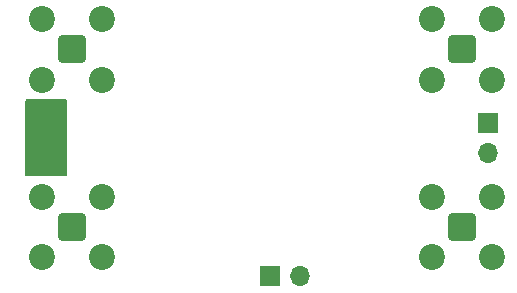
<source format=gbr>
%TF.GenerationSoftware,KiCad,Pcbnew,9.0.0*%
%TF.CreationDate,2026-01-11T13:31:27+01:00*%
%TF.ProjectId,ldc_tdc_driver,6c64635f-7464-4635-9f64-72697665722e,rev?*%
%TF.SameCoordinates,Original*%
%TF.FileFunction,Soldermask,Bot*%
%TF.FilePolarity,Negative*%
%FSLAX46Y46*%
G04 Gerber Fmt 4.6, Leading zero omitted, Abs format (unit mm)*
G04 Created by KiCad (PCBNEW 9.0.0) date 2026-01-11 13:31:27*
%MOMM*%
%LPD*%
G01*
G04 APERTURE LIST*
G04 Aperture macros list*
%AMRoundRect*
0 Rectangle with rounded corners*
0 $1 Rounding radius*
0 $2 $3 $4 $5 $6 $7 $8 $9 X,Y pos of 4 corners*
0 Add a 4 corners polygon primitive as box body*
4,1,4,$2,$3,$4,$5,$6,$7,$8,$9,$2,$3,0*
0 Add four circle primitives for the rounded corners*
1,1,$1+$1,$2,$3*
1,1,$1+$1,$4,$5*
1,1,$1+$1,$6,$7*
1,1,$1+$1,$8,$9*
0 Add four rect primitives between the rounded corners*
20,1,$1+$1,$2,$3,$4,$5,0*
20,1,$1+$1,$4,$5,$6,$7,0*
20,1,$1+$1,$6,$7,$8,$9,0*
20,1,$1+$1,$8,$9,$2,$3,0*%
G04 Aperture macros list end*
%ADD10R,1.700000X1.700000*%
%ADD11O,1.700000X1.700000*%
%ADD12RoundRect,0.200100X-0.949900X0.949900X-0.949900X-0.949900X0.949900X-0.949900X0.949900X0.949900X0*%
%ADD13C,2.200000*%
%ADD14RoundRect,0.200100X0.949900X-0.949900X0.949900X0.949900X-0.949900X0.949900X-0.949900X-0.949900X0*%
G04 APERTURE END LIST*
D10*
%TO.C,J2*%
X169189400Y-52197000D03*
D11*
X169189400Y-54737000D03*
%TD*%
D12*
%TO.C,J6*%
X166940800Y-61000000D03*
D13*
X169490800Y-58450000D03*
X164390800Y-58450000D03*
X169490800Y-63550000D03*
X164390800Y-63550000D03*
%TD*%
D10*
%TO.C,J3*%
X150743600Y-65176800D03*
D11*
X153283600Y-65176800D03*
%TD*%
D12*
%TO.C,J9*%
X166940800Y-46000000D03*
D13*
X169490800Y-43450000D03*
X164390800Y-43450000D03*
X169490800Y-48550000D03*
X164390800Y-48550000D03*
%TD*%
D14*
%TO.C,J8*%
X133973000Y-46000000D03*
D13*
X131423000Y-48550000D03*
X136523000Y-48550000D03*
X131423000Y-43450000D03*
X136523000Y-43450000D03*
%TD*%
D14*
%TO.C,J7*%
X133973000Y-61000000D03*
D13*
X131423000Y-63550000D03*
X136523000Y-63550000D03*
X131423000Y-58450000D03*
X136523000Y-58450000D03*
%TD*%
G36*
X133470839Y-50235485D02*
G01*
X133516594Y-50288289D01*
X133527800Y-50339800D01*
X133527800Y-56619600D01*
X133508115Y-56686639D01*
X133455311Y-56732394D01*
X133403800Y-56743600D01*
X130124000Y-56743600D01*
X130056961Y-56723915D01*
X130011206Y-56671111D01*
X130000000Y-56619600D01*
X130000000Y-50339800D01*
X130019685Y-50272761D01*
X130072489Y-50227006D01*
X130124000Y-50215800D01*
X133403800Y-50215800D01*
X133470839Y-50235485D01*
G37*
M02*

</source>
